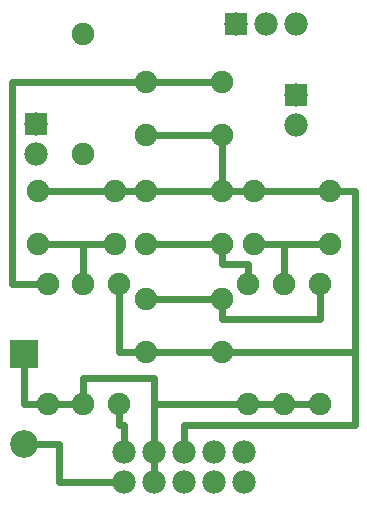
<source format=gtl>
G04 MADE WITH FRITZING*
G04 WWW.FRITZING.ORG*
G04 DOUBLE SIDED*
G04 HOLES PLATED*
G04 CONTOUR ON CENTER OF CONTOUR VECTOR*
%ASAXBY*%
%FSLAX23Y23*%
%MOIN*%
%OFA0B0*%
%SFA1.0B1.0*%
%ADD10C,0.078000*%
%ADD11C,0.075000*%
%ADD12C,0.092000*%
%ADD13R,0.078000X0.078000*%
%ADD14R,0.092000X0.092000*%
%ADD15C,0.024000*%
%LNCOPPER1*%
G90*
G70*
G54D10*
X118Y1281D03*
X118Y1181D03*
G54D11*
X275Y1181D03*
X275Y1581D03*
G54D10*
X784Y1614D03*
X884Y1614D03*
X984Y1614D03*
X984Y1378D03*
X984Y1278D03*
X411Y86D03*
X511Y86D03*
X611Y86D03*
X711Y86D03*
X811Y86D03*
X411Y86D03*
X511Y86D03*
X611Y86D03*
X711Y86D03*
X811Y86D03*
X811Y186D03*
X711Y186D03*
X611Y186D03*
X511Y186D03*
X411Y186D03*
G54D11*
X483Y1420D03*
X739Y1420D03*
X483Y1242D03*
X739Y1242D03*
X380Y880D03*
X124Y880D03*
X380Y1057D03*
X124Y1057D03*
X483Y698D03*
X739Y698D03*
X483Y521D03*
X739Y521D03*
X1099Y881D03*
X843Y881D03*
X1099Y1058D03*
X843Y1058D03*
X739Y881D03*
X483Y881D03*
X739Y1058D03*
X483Y1058D03*
X157Y748D03*
X157Y348D03*
X275Y748D03*
X275Y348D03*
X1063Y748D03*
X1063Y348D03*
X945Y748D03*
X945Y348D03*
X826Y748D03*
X826Y348D03*
X393Y748D03*
X393Y348D03*
G54D12*
X78Y512D03*
X78Y212D03*
G54D13*
X118Y1281D03*
X784Y1614D03*
X984Y1378D03*
G54D14*
X78Y512D03*
G54D15*
X39Y1420D02*
X455Y1420D01*
D02*
X39Y748D02*
X39Y1420D01*
D02*
X711Y1242D02*
X512Y1242D01*
D02*
X739Y1087D02*
X739Y1214D01*
D02*
X129Y748D02*
X39Y748D01*
D02*
X411Y276D02*
X393Y276D01*
D02*
X393Y276D02*
X393Y319D01*
D02*
X393Y521D02*
X393Y719D01*
D02*
X455Y521D02*
X393Y521D01*
D02*
X411Y216D02*
X411Y276D01*
D02*
X511Y348D02*
X798Y348D01*
D02*
X511Y216D02*
X511Y348D01*
D02*
X916Y348D02*
X855Y348D01*
D02*
X973Y348D02*
X1034Y348D01*
D02*
X511Y433D02*
X275Y433D01*
D02*
X275Y433D02*
X275Y377D01*
D02*
X511Y216D02*
X511Y433D01*
D02*
X186Y348D02*
X247Y348D01*
D02*
X78Y348D02*
X78Y475D01*
D02*
X129Y348D02*
X78Y348D01*
D02*
X275Y880D02*
X275Y777D01*
D02*
X351Y880D02*
X275Y880D01*
D02*
X381Y86D02*
X196Y86D01*
D02*
X196Y86D02*
X196Y212D01*
D02*
X196Y212D02*
X116Y212D01*
D02*
X511Y156D02*
X511Y116D01*
D02*
X945Y881D02*
X1070Y881D01*
D02*
X945Y777D02*
X945Y881D01*
D02*
X611Y276D02*
X611Y216D01*
D02*
X1181Y276D02*
X611Y276D01*
D02*
X1181Y1058D02*
X1181Y276D01*
D02*
X1127Y1058D02*
X1181Y1058D01*
D02*
X739Y852D02*
X739Y815D01*
D02*
X739Y815D02*
X826Y815D01*
D02*
X826Y815D02*
X826Y777D01*
D02*
X1070Y1058D02*
X872Y1058D01*
D02*
X814Y1058D02*
X768Y1058D01*
D02*
X711Y1058D02*
X512Y1058D01*
D02*
X455Y1058D02*
X408Y1058D01*
D02*
X512Y521D02*
X711Y521D01*
D02*
X711Y1420D02*
X512Y1420D01*
D02*
X512Y698D02*
X711Y698D01*
D02*
X351Y1057D02*
X152Y1057D01*
D02*
X152Y880D02*
X351Y880D01*
D02*
X1070Y881D02*
X872Y881D01*
D02*
X739Y629D02*
X739Y669D01*
D02*
X1063Y629D02*
X739Y629D01*
D02*
X1063Y719D02*
X1063Y629D01*
D02*
X711Y881D02*
X512Y881D01*
D02*
X611Y276D02*
X611Y216D01*
D02*
X1181Y276D02*
X611Y276D01*
D02*
X1181Y521D02*
X1181Y276D01*
D02*
X768Y521D02*
X1181Y521D01*
G04 End of Copper1*
M02*
</source>
